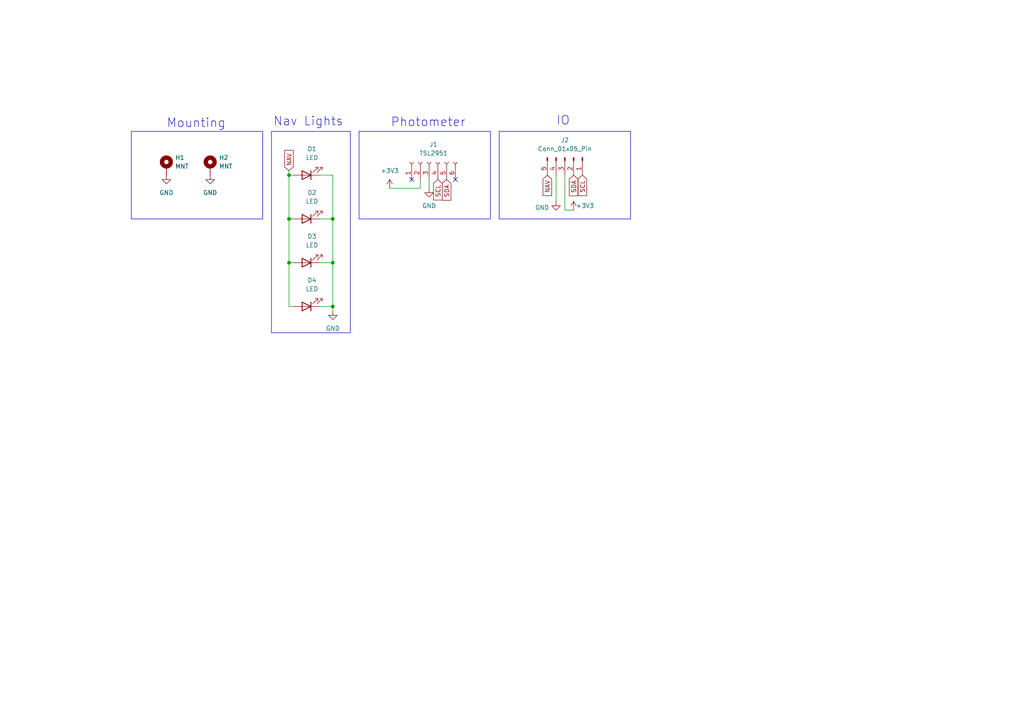
<source format=kicad_sch>
(kicad_sch (version 20231120) (generator "eeschema") (generator_version "8.0")
  (paper "A4")
  (lib_symbols
    (symbol "Connector:Conn_01x05_Pin" (pin_names (offset 1.016) hide)
      (property "Reference" "J" (at 0 7.62 0))
      (property "Value" "Conn_01x05_Pin" (at 0 -7.62 0))
      (symbol "Conn_01x05_Pin_1_1"
        (polyline (pts (xy 1.27 -5.08) (xy 0.8636 -5.08)) (stroke (width 0.1524)))
        (polyline (pts (xy 1.27 -2.54) (xy 0.8636 -2.54)) (stroke (width 0.1524)))
        (polyline (pts (xy 1.27 0) (xy 0.8636 0)) (stroke (width 0.1524)))
        (polyline (pts (xy 1.27 2.54) (xy 0.8636 2.54)) (stroke (width 0.1524)))
        (polyline (pts (xy 1.27 5.08) (xy 0.8636 5.08)) (stroke (width 0.1524)))
        (rectangle (start 0.8636 -4.953) (end 0 -5.207) (stroke (width 0.1524)) (fill (type outline)))
        (rectangle (start 0.8636 -2.413) (end 0 -2.667) (stroke (width 0.1524)) (fill (type outline)))
        (rectangle (start 0.8636 0.127) (end 0 -0.127) (stroke (width 0.1524)) (fill (type outline)))
        (rectangle (start 0.8636 2.667) (end 0 2.413) (stroke (width 0.1524)) (fill (type outline)))
        (rectangle (start 0.8636 5.207) (end 0 4.953) (stroke (width 0.1524)) (fill (type outline)))
        (pin passive line (at 5.08 5.08 180) (length 3.81) (name "Pin_1") (number "1"))
        (pin passive line (at 5.08 2.54 180) (length 3.81) (name "Pin_2") (number "2"))
        (pin passive line (at 5.08 0 180) (length 3.81) (name "Pin_3") (number "3"))
        (pin passive line (at 5.08 -2.54 180) (length 3.81) (name "Pin_4") (number "4"))
        (pin passive line (at 5.08 -5.08 180) (length 3.81) (name "Pin_5") (number "5"))
      )
    )
    (symbol "Connector:Conn_01x06_Socket" (pin_names (offset 1.016) hide)
      (property "Reference" "J" (at 0 7.62 0))
      (property "Value" "Conn_01x06_Socket" (at 0 -10.16 0))
      (symbol "Conn_01x06_Socket_1_1"
        (arc (start 0 -7.112) (mid -0.5058 -7.62) (end 0 -8.128) (stroke (width 0.1524)))
        (arc (start 0 -4.572) (mid -0.5058 -5.08) (end 0 -5.588) (stroke (width 0.1524)))
        (arc (start 0 -2.032) (mid -0.5058 -2.54) (end 0 -3.048) (stroke (width 0.1524)))
        (polyline (pts (xy -1.27 -7.62) (xy -0.508 -7.62)) (stroke (width 0.1524)))
        (polyline (pts (xy -1.27 -5.08) (xy -0.508 -5.08)) (stroke (width 0.1524)))
        (polyline (pts (xy -1.27 -2.54) (xy -0.508 -2.54)) (stroke (width 0.1524)))
        (polyline (pts (xy -1.27 0) (xy -0.508 0)) (stroke (width 0.1524)))
        (polyline (pts (xy -1.27 2.54) (xy -0.508 2.54)) (stroke (width 0.1524)))
        (polyline (pts (xy -1.27 5.08) (xy -0.508 5.08)) (stroke (width 0.1524)))
        (arc (start 0 0.508) (mid -0.5058 0) (end 0 -0.508) (stroke (width 0.1524)))
        (arc (start 0 3.048) (mid -0.5058 2.54) (end 0 2.032) (stroke (width 0.1524)))
        (arc (start 0 5.588) (mid -0.5058 5.08) (end 0 4.572) (stroke (width 0.1524)))
        (pin passive line (at -5.08 5.08 0) (length 3.81) (name "Pin_1") (number "1"))
        (pin passive line (at -5.08 2.54 0) (length 3.81) (name "Pin_2") (number "2"))
        (pin passive line (at -5.08 0 0) (length 3.81) (name "Pin_3") (number "3"))
        (pin passive line (at -5.08 -2.54 0) (length 3.81) (name "Pin_4") (number "4"))
        (pin passive line (at -5.08 -5.08 0) (length 3.81) (name "Pin_5") (number "5"))
        (pin passive line (at -5.08 -7.62 0) (length 3.81) (name "Pin_6") (number "6"))
      )
    )
    (symbol "Device:LED" (pin_numbers hide) (pin_names (offset 1.016) hide)
      (property "Reference" "D" (at 0 2.54 0))
      (property "Value" "LED" (at 0 -2.54 0))
      (symbol "LED_0_1"
        (polyline (pts (xy -1.27 -1.27) (xy -1.27 1.27)) (stroke (width 0.254)))
        (polyline (pts (xy -1.27 0) (xy 1.27 0)))
        (polyline (pts (xy 1.27 -1.27) (xy 1.27 1.27) (xy -1.27 0) (xy 1.27 -1.27)) (stroke (width 0.254)))
        (polyline (pts (xy -3.048 -0.762) (xy -4.572 -2.286) (xy -3.81 -2.286) (xy -4.572 -2.286) (xy -4.572 -1.524)))
        (polyline (pts (xy -1.778 -0.762) (xy -3.302 -2.286) (xy -2.54 -2.286) (xy -3.302 -2.286) (xy -3.302 -1.524)))
      )
      (symbol "LED_1_1"
        (pin passive line (at -3.81 0 0) (length 2.54) (name "K") (number "1"))
        (pin passive line (at 3.81 0 180) (length 2.54) (name "A") (number "2"))
      )
    )
    (symbol "Mechanical:MountingHole_Pad" (pin_numbers hide) (pin_names (offset 1.016) hide) (exclude_from_sim yes) (in_bom no)
      (property "Reference" "H" (at 0 6.35 0))
      (property "Value" "MountingHole_Pad" (at 0 4.445 0))
      (symbol "MountingHole_Pad_0_1"
        (circle (center 0 1.27) (radius 1.27) (stroke (width 1.27)))
      )
      (symbol "MountingHole_Pad_1_1"
        (pin input line (at 0 -2.54 90) (length 2.54) (name "1") (number "1"))
      )
    )
    (symbol "power:+3V3" (power) (pin_numbers hide) (pin_names (offset 0) hide)
      (property "Value" "+3V3" (at 0 3.556 0))
      (symbol "+3V3_0_1"
        (polyline (pts (xy -0.762 1.27) (xy 0 2.54)))
        (polyline (pts (xy 0 0) (xy 0 2.54)))
        (polyline (pts (xy 0 2.54) (xy 0.762 1.27)))
      )
      (symbol "+3V3_1_1"
        (pin power_in line (at 0 0 90) (length 0) (name "~") (number "1"))
      )
    )
    (symbol "power:GND" (power) (pin_numbers hide) (pin_names (offset 0) hide)
      (property "Value" "GND" (at 0 -3.81 0))
      (symbol "GND_0_1"
        (polyline (pts (xy 0 0) (xy 0 -1.27) (xy 1.27 -1.27) (xy 0 -2.54) (xy -1.27 -1.27) (xy 0 -1.27)))
      )
      (symbol "GND_1_1"
        (pin power_in line (at 0 0 270) (length 0) (name "~") (number "1"))
      )
    )
  )
  (junction (at 96.52 76.2))
  (junction (at 83.82 50.8))
  (junction (at 96.52 63.5))
  (junction (at 83.82 76.2))
  (junction (at 96.52 88.9))
  (junction (at 83.82 63.5))
  (no_connect (at 132.08 52.07))
  (no_connect (at 119.38 52.07))
  (wire (pts (xy 83.82 50.8) (xy 85.09 50.8)))
  (wire (pts (xy 161.29 58.42) (xy 161.29 50.8)))
  (wire (pts (xy 124.46 54.61) (xy 124.46 52.07)))
  (wire (pts (xy 83.82 76.2) (xy 85.09 76.2)))
  (wire (pts (xy 166.37 60.96) (xy 163.83 60.96)))
  (wire (pts (xy 83.82 88.9) (xy 85.09 88.9)))
  (wire (pts (xy 121.92 54.61) (xy 121.92 52.07)))
  (wire (pts (xy 83.82 76.2) (xy 83.82 88.9)))
  (wire (pts (xy 96.52 63.5) (xy 96.52 76.2)))
  (wire (pts (xy 96.52 88.9) (xy 92.71 88.9)))
  (wire (pts (xy 96.52 50.8) (xy 96.52 63.5)))
  (wire (pts (xy 92.71 50.8) (xy 96.52 50.8)))
  (wire (pts (xy 85.09 63.5) (xy 83.82 63.5)))
  (wire (pts (xy 163.83 60.96) (xy 163.83 50.8)))
  (wire (pts (xy 92.71 76.2) (xy 96.52 76.2)))
  (wire (pts (xy 83.82 50.8) (xy 83.82 63.5)))
  (wire (pts (xy 113.03 54.61) (xy 121.92 54.61)))
  (wire (pts (xy 96.52 88.9) (xy 96.52 90.17)))
  (wire (pts (xy 83.82 49.53) (xy 83.82 50.8)))
  (wire (pts (xy 96.52 76.2) (xy 96.52 88.9)))
  (wire (pts (xy 92.71 63.5) (xy 96.52 63.5)))
  (wire (pts (xy 83.82 63.5) (xy 83.82 76.2)))
  (rectangle (start 38.1 38.1) (end 76.2 63.5))
  (rectangle (start 144.78 38.1) (end 182.88 63.5))
  (rectangle (start 104.14 38.1) (end 142.24 63.5))
  (rectangle (start 78.74 38.1) (end 101.6 96.52))
  (text "Mounting" (at 56.896 35.814 0) (effects (font (size 2.54 2.54))))
  (text "Photometer" (at 124.206 35.56 0) (effects (font (size 2.54 2.54))))
  (text "IO" (at 163.322 35.052 0) (effects (font (size 2.54 2.54))))
  (text "Nav Lights" (at 89.408 35.306 0) (effects (font (size 2.54 2.54))))
  (global_label "SCL" (shape input) (at 127 52.07 270) (property "Intersheetrefs" "${INTERSHEET_REFS}" (effects (hide yes))))
  (global_label "NAV" (shape input) (at 158.75 50.8 270) (property "Intersheetrefs" "${INTERSHEET_REFS}" (effects (hide yes))))
  (global_label "NAV" (shape input) (at 83.82 49.53 90) (property "Intersheetrefs" "${INTERSHEET_REFS}" (effects (hide yes))))
  (global_label "SDA" (shape input) (at 166.37 50.8 270) (property "Intersheetrefs" "${INTERSHEET_REFS}" (effects (hide yes))))
  (global_label "SDA" (shape input) (at 129.54 52.07 270) (property "Intersheetrefs" "${INTERSHEET_REFS}" (effects (hide yes))))
  (global_label "SCL" (shape input) (at 168.91 50.8 270) (property "Intersheetrefs" "${INTERSHEET_REFS}" (effects (hide yes))))
  (symbol (lib_id "Connector:Conn_01x06_Socket") (at 124.46 46.99 90) (unit 1)
    (property "Reference" "J1" (at 125.73 41.91 90))
    (property "Value" "TSL2951" (at 125.73 44.45 90))
    (property "Footprint" "Connector_PinHeader_2.54mm:PinHeader_1x06_P2.54mm_Vertical" (effects (hide yes)))
    (property "Description" "Generic connector, single row, 01x06, script generated" (effects (hide yes)))
  )
  (symbol (lib_id "Device:LED") (at 88.9 50.8 180) (unit 1)
    (property "Reference" "D1" (at 90.4875 43.18 0))
    (property "Value" "LED" (at 90.4875 45.72 0))
    (property "Footprint" "Connector_PinHeader_2.54mm:PinHeader_1x02_P2.54mm_Vertical" (effects (hide yes)))
    (property "Description" "Light emitting diode" (effects (hide yes)))
  )
  (symbol (lib_id "Device:LED") (at 88.9 76.2 180) (unit 1)
    (property "Reference" "D3" (at 90.4875 68.58 0))
    (property "Value" "LED" (at 90.4875 71.12 0))
    (property "Footprint" "Connector_PinHeader_2.54mm:PinHeader_1x02_P2.54mm_Vertical" (effects (hide yes)))
    (property "Description" "Light emitting diode" (effects (hide yes)))
  )
  (symbol (lib_id "power:GND") (at 161.29 58.42 0) (unit 1)
    (property "Reference" "#PWR06" (effects (hide yes)))
    (property "Value" "GND" (at 157.226 60.198 0))
    (property "Description" "Power symbol creates a global label with name \"GND\" , ground" (effects (hide yes)))
  )
  (symbol (lib_id "Device:LED") (at 88.9 63.5 180) (unit 1)
    (property "Reference" "D2" (at 90.4875 55.88 0))
    (property "Value" "LED" (at 90.4875 58.42 0))
    (property "Footprint" "Connector_PinHeader_2.54mm:PinHeader_1x02_P2.54mm_Vertical" (effects (hide yes)))
    (property "Description" "Light emitting diode" (effects (hide yes)))
  )
  (symbol (lib_id "power:+3V3") (at 166.37 60.96 0) (unit 1)
    (property "Reference" "#PWR07" (effects (hide yes)))
    (property "Value" "+3V3" (at 169.672 59.69 0))
    (property "Description" "Power symbol creates a global label with name \"+3V3\"" (effects (hide yes)))
  )
  (symbol (lib_id "power:GND") (at 124.46 54.61 0) (unit 1)
    (property "Reference" "#PWR05" (effects (hide yes)))
    (property "Value" "GND" (at 124.46 59.69 0))
    (property "Description" "Power symbol creates a global label with name \"GND\" , ground" (effects (hide yes)))
  )
  (symbol (lib_id "Device:LED") (at 88.9 88.9 180) (unit 1)
    (property "Reference" "D4" (at 90.4875 81.28 0))
    (property "Value" "LED" (at 90.4875 83.82 0))
    (property "Footprint" "Connector_PinHeader_2.54mm:PinHeader_1x02_P2.54mm_Vertical" (effects (hide yes)))
    (property "Description" "Light emitting diode" (effects (hide yes)))
  )
  (symbol (lib_id "power:GND") (at 96.52 90.17 0) (unit 1)
    (property "Reference" "#PWR03" (effects (hide yes)))
    (property "Value" "GND" (at 96.52 95.25 0))
    (property "Description" "Power symbol creates a global label with name \"GND\" , ground" (effects (hide yes)))
  )
  (symbol (lib_id "power:GND") (at 60.96 50.8 0) (unit 1)
    (property "Reference" "#PWR02" (effects (hide yes)))
    (property "Value" "GND" (at 60.96 55.88 0))
    (property "Description" "Power symbol creates a global label with name \"GND\" , ground" (effects (hide yes)))
  )
  (symbol (lib_id "power:GND") (at 48.26 50.8 0) (unit 1)
    (property "Reference" "#PWR01" (effects (hide yes)))
    (property "Value" "GND" (at 48.26 55.88 0))
    (property "Description" "Power symbol creates a global label with name \"GND\" , ground" (effects (hide yes)))
  )
  (symbol (lib_id "power:+3V3") (at 113.03 54.61 0) (unit 1)
    (property "Reference" "#PWR04" (effects (hide yes)))
    (property "Value" "+3V3" (at 113.03 49.53 0))
    (property "Description" "Power symbol creates a global label with name \"+3V3\"" (effects (hide yes)))
  )
  (symbol (lib_id "Connector:Conn_01x05_Pin") (at 163.83 45.72 270) (unit 1)
    (property "Reference" "J2" (at 163.83 40.64 90))
    (property "Value" "Conn_01x05_Pin" (at 163.83 43.18 90))
    (property "Footprint" "Connector_JST:JST_SH_SM05B-SRSS-TB_1x05-1MP_P1.00mm_Horizontal" (effects (hide yes)))
    (property "Description" "Generic connector, single row, 01x05, script generated" (effects (hide yes)))
  )
  (symbol (lib_id "Mechanical:MountingHole_Pad") (at 60.96 48.26 0) (unit 1) (exclude_from_sim yes) (in_bom no)
    (property "Reference" "H2" (at 63.5 45.72 0) (effects (justify left)))
    (property "Value" "MNT" (at 63.5 48.26 0) (effects (justify left)))
    (property "Footprint" "MountingHole:MountingHole_3.2mm_M3_ISO14580_Pad_TopBottom" (effects (hide yes)))
    (property "Description" "Mounting Hole with connection" (effects (hide yes)))
  )
  (symbol (lib_id "Mechanical:MountingHole_Pad") (at 48.26 48.26 0) (unit 1) (exclude_from_sim yes) (in_bom no)
    (property "Reference" "H1" (at 50.8 45.72 0) (effects (justify left)))
    (property "Value" "MNT" (at 50.8 48.26 0) (effects (justify left)))
    (property "Footprint" "MountingHole:MountingHole_3.2mm_M3_ISO14580_Pad_TopBottom" (effects (hide yes)))
    (property "Description" "Mounting Hole with connection" (effects (hide yes)))
  )
)
</source>
